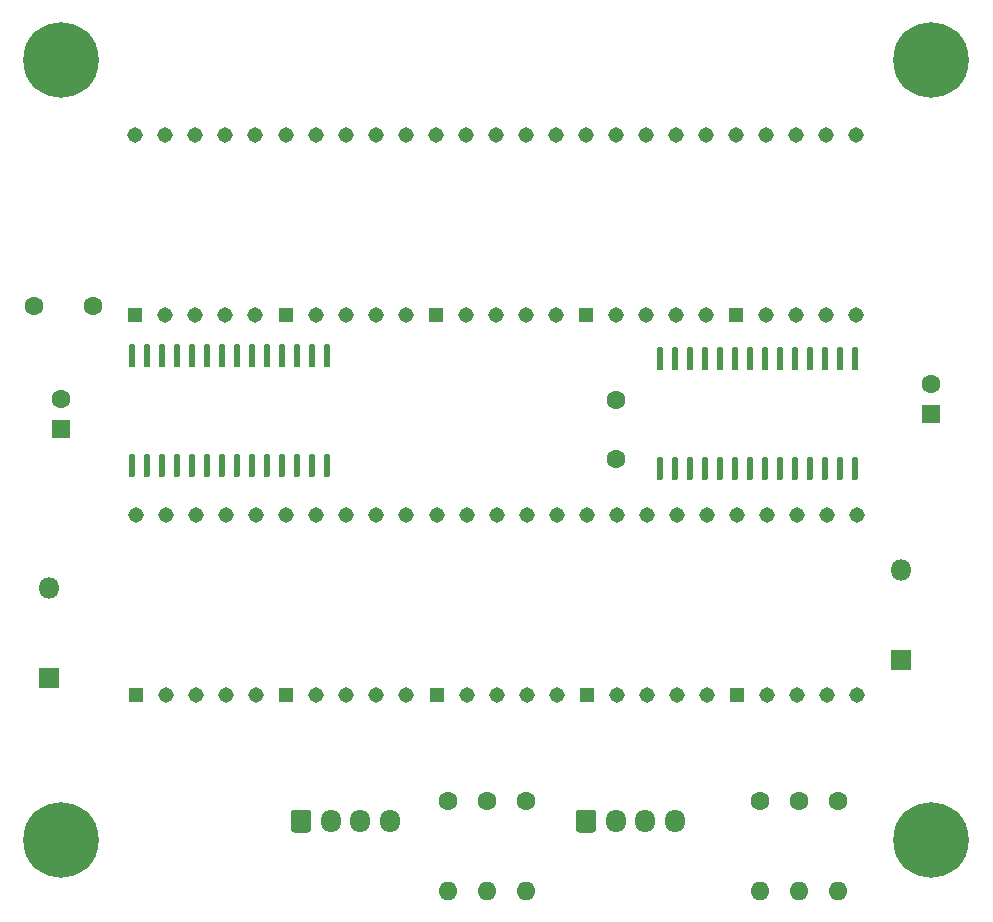
<source format=gbr>
%TF.GenerationSoftware,KiCad,Pcbnew,5.1.9-73d0e3b20d~88~ubuntu20.04.1*%
%TF.CreationDate,2021-05-01T11:52:03+02:00*%
%TF.ProjectId,anna_elsa_credit_display,616e6e61-5f65-46c7-9361-5f6372656469,rev?*%
%TF.SameCoordinates,Original*%
%TF.FileFunction,Soldermask,Bot*%
%TF.FilePolarity,Negative*%
%FSLAX46Y46*%
G04 Gerber Fmt 4.6, Leading zero omitted, Abs format (unit mm)*
G04 Created by KiCad (PCBNEW 5.1.9-73d0e3b20d~88~ubuntu20.04.1) date 2021-05-01 11:52:03*
%MOMM*%
%LPD*%
G01*
G04 APERTURE LIST*
%ADD10C,1.308000*%
%ADD11R,1.308000X1.308000*%
%ADD12O,1.800000X1.800000*%
%ADD13R,1.800000X1.800000*%
%ADD14O,1.600000X1.600000*%
%ADD15C,1.600000*%
%ADD16R,1.600000X1.600000*%
%ADD17C,6.400000*%
%ADD18O,1.700000X1.950000*%
G04 APERTURE END LIST*
D10*
%TO.C,D4*%
X133320000Y-39380000D03*
X135860000Y-39380000D03*
X138400000Y-39380000D03*
X140940000Y-39380000D03*
X143480000Y-39380000D03*
X143480000Y-54620000D03*
X140940000Y-54620000D03*
X138400000Y-54620000D03*
X135860000Y-54620000D03*
D11*
X133320000Y-54620000D03*
%TD*%
D12*
%TO.C,D12*%
X160020000Y-76200000D03*
D13*
X160020000Y-83820000D03*
%TD*%
D12*
%TO.C,D11*%
X87884000Y-77724000D03*
D13*
X87884000Y-85344000D03*
%TD*%
D14*
%TO.C,R6*%
X121666000Y-103378000D03*
D15*
X121666000Y-95758000D03*
%TD*%
D14*
%TO.C,R5*%
X124968000Y-103378000D03*
D15*
X124968000Y-95758000D03*
%TD*%
D14*
%TO.C,R4*%
X128270000Y-103378000D03*
D15*
X128270000Y-95758000D03*
%TD*%
D14*
%TO.C,R3*%
X148082000Y-103378000D03*
D15*
X148082000Y-95758000D03*
%TD*%
D14*
%TO.C,R2*%
X151384000Y-103378000D03*
D15*
X151384000Y-95758000D03*
%TD*%
D14*
%TO.C,R1*%
X154686000Y-103378000D03*
D15*
X154686000Y-95758000D03*
%TD*%
%TO.C,C4*%
X162560000Y-60492000D03*
D16*
X162560000Y-62992000D03*
%TD*%
D15*
%TO.C,C3*%
X135890000Y-61802000D03*
X135890000Y-66802000D03*
%TD*%
%TO.C,C2*%
X88900000Y-61762000D03*
D16*
X88900000Y-64262000D03*
%TD*%
D15*
%TO.C,C1*%
X91614000Y-53848000D03*
X86614000Y-53848000D03*
%TD*%
%TO.C,J4*%
G36*
G01*
X111241500Y-66388000D02*
X111516500Y-66388000D01*
G75*
G02*
X111654000Y-66525500I0J-137500D01*
G01*
X111654000Y-68250500D01*
G75*
G02*
X111516500Y-68388000I-137500J0D01*
G01*
X111241500Y-68388000D01*
G75*
G02*
X111104000Y-68250500I0J137500D01*
G01*
X111104000Y-66525500D01*
G75*
G02*
X111241500Y-66388000I137500J0D01*
G01*
G37*
G36*
G01*
X109971500Y-66388000D02*
X110246500Y-66388000D01*
G75*
G02*
X110384000Y-66525500I0J-137500D01*
G01*
X110384000Y-68250500D01*
G75*
G02*
X110246500Y-68388000I-137500J0D01*
G01*
X109971500Y-68388000D01*
G75*
G02*
X109834000Y-68250500I0J137500D01*
G01*
X109834000Y-66525500D01*
G75*
G02*
X109971500Y-66388000I137500J0D01*
G01*
G37*
G36*
G01*
X111241500Y-57088000D02*
X111516500Y-57088000D01*
G75*
G02*
X111654000Y-57225500I0J-137500D01*
G01*
X111654000Y-58950500D01*
G75*
G02*
X111516500Y-59088000I-137500J0D01*
G01*
X111241500Y-59088000D01*
G75*
G02*
X111104000Y-58950500I0J137500D01*
G01*
X111104000Y-57225500D01*
G75*
G02*
X111241500Y-57088000I137500J0D01*
G01*
G37*
G36*
G01*
X109971500Y-57088000D02*
X110246500Y-57088000D01*
G75*
G02*
X110384000Y-57225500I0J-137500D01*
G01*
X110384000Y-58950500D01*
G75*
G02*
X110246500Y-59088000I-137500J0D01*
G01*
X109971500Y-59088000D01*
G75*
G02*
X109834000Y-58950500I0J137500D01*
G01*
X109834000Y-57225500D01*
G75*
G02*
X109971500Y-57088000I137500J0D01*
G01*
G37*
G36*
G01*
X94731500Y-66388000D02*
X95006500Y-66388000D01*
G75*
G02*
X95144000Y-66525500I0J-137500D01*
G01*
X95144000Y-68250500D01*
G75*
G02*
X95006500Y-68388000I-137500J0D01*
G01*
X94731500Y-68388000D01*
G75*
G02*
X94594000Y-68250500I0J137500D01*
G01*
X94594000Y-66525500D01*
G75*
G02*
X94731500Y-66388000I137500J0D01*
G01*
G37*
G36*
G01*
X96001500Y-66388000D02*
X96276500Y-66388000D01*
G75*
G02*
X96414000Y-66525500I0J-137500D01*
G01*
X96414000Y-68250500D01*
G75*
G02*
X96276500Y-68388000I-137500J0D01*
G01*
X96001500Y-68388000D01*
G75*
G02*
X95864000Y-68250500I0J137500D01*
G01*
X95864000Y-66525500D01*
G75*
G02*
X96001500Y-66388000I137500J0D01*
G01*
G37*
G36*
G01*
X97271500Y-66388000D02*
X97546500Y-66388000D01*
G75*
G02*
X97684000Y-66525500I0J-137500D01*
G01*
X97684000Y-68250500D01*
G75*
G02*
X97546500Y-68388000I-137500J0D01*
G01*
X97271500Y-68388000D01*
G75*
G02*
X97134000Y-68250500I0J137500D01*
G01*
X97134000Y-66525500D01*
G75*
G02*
X97271500Y-66388000I137500J0D01*
G01*
G37*
G36*
G01*
X98541500Y-66388000D02*
X98816500Y-66388000D01*
G75*
G02*
X98954000Y-66525500I0J-137500D01*
G01*
X98954000Y-68250500D01*
G75*
G02*
X98816500Y-68388000I-137500J0D01*
G01*
X98541500Y-68388000D01*
G75*
G02*
X98404000Y-68250500I0J137500D01*
G01*
X98404000Y-66525500D01*
G75*
G02*
X98541500Y-66388000I137500J0D01*
G01*
G37*
G36*
G01*
X99811500Y-66388000D02*
X100086500Y-66388000D01*
G75*
G02*
X100224000Y-66525500I0J-137500D01*
G01*
X100224000Y-68250500D01*
G75*
G02*
X100086500Y-68388000I-137500J0D01*
G01*
X99811500Y-68388000D01*
G75*
G02*
X99674000Y-68250500I0J137500D01*
G01*
X99674000Y-66525500D01*
G75*
G02*
X99811500Y-66388000I137500J0D01*
G01*
G37*
G36*
G01*
X101081500Y-66388000D02*
X101356500Y-66388000D01*
G75*
G02*
X101494000Y-66525500I0J-137500D01*
G01*
X101494000Y-68250500D01*
G75*
G02*
X101356500Y-68388000I-137500J0D01*
G01*
X101081500Y-68388000D01*
G75*
G02*
X100944000Y-68250500I0J137500D01*
G01*
X100944000Y-66525500D01*
G75*
G02*
X101081500Y-66388000I137500J0D01*
G01*
G37*
G36*
G01*
X102351500Y-66388000D02*
X102626500Y-66388000D01*
G75*
G02*
X102764000Y-66525500I0J-137500D01*
G01*
X102764000Y-68250500D01*
G75*
G02*
X102626500Y-68388000I-137500J0D01*
G01*
X102351500Y-68388000D01*
G75*
G02*
X102214000Y-68250500I0J137500D01*
G01*
X102214000Y-66525500D01*
G75*
G02*
X102351500Y-66388000I137500J0D01*
G01*
G37*
G36*
G01*
X103621500Y-66388000D02*
X103896500Y-66388000D01*
G75*
G02*
X104034000Y-66525500I0J-137500D01*
G01*
X104034000Y-68250500D01*
G75*
G02*
X103896500Y-68388000I-137500J0D01*
G01*
X103621500Y-68388000D01*
G75*
G02*
X103484000Y-68250500I0J137500D01*
G01*
X103484000Y-66525500D01*
G75*
G02*
X103621500Y-66388000I137500J0D01*
G01*
G37*
G36*
G01*
X104891500Y-66388000D02*
X105166500Y-66388000D01*
G75*
G02*
X105304000Y-66525500I0J-137500D01*
G01*
X105304000Y-68250500D01*
G75*
G02*
X105166500Y-68388000I-137500J0D01*
G01*
X104891500Y-68388000D01*
G75*
G02*
X104754000Y-68250500I0J137500D01*
G01*
X104754000Y-66525500D01*
G75*
G02*
X104891500Y-66388000I137500J0D01*
G01*
G37*
G36*
G01*
X106161500Y-66388000D02*
X106436500Y-66388000D01*
G75*
G02*
X106574000Y-66525500I0J-137500D01*
G01*
X106574000Y-68250500D01*
G75*
G02*
X106436500Y-68388000I-137500J0D01*
G01*
X106161500Y-68388000D01*
G75*
G02*
X106024000Y-68250500I0J137500D01*
G01*
X106024000Y-66525500D01*
G75*
G02*
X106161500Y-66388000I137500J0D01*
G01*
G37*
G36*
G01*
X107431500Y-66388000D02*
X107706500Y-66388000D01*
G75*
G02*
X107844000Y-66525500I0J-137500D01*
G01*
X107844000Y-68250500D01*
G75*
G02*
X107706500Y-68388000I-137500J0D01*
G01*
X107431500Y-68388000D01*
G75*
G02*
X107294000Y-68250500I0J137500D01*
G01*
X107294000Y-66525500D01*
G75*
G02*
X107431500Y-66388000I137500J0D01*
G01*
G37*
G36*
G01*
X108701500Y-66388000D02*
X108976500Y-66388000D01*
G75*
G02*
X109114000Y-66525500I0J-137500D01*
G01*
X109114000Y-68250500D01*
G75*
G02*
X108976500Y-68388000I-137500J0D01*
G01*
X108701500Y-68388000D01*
G75*
G02*
X108564000Y-68250500I0J137500D01*
G01*
X108564000Y-66525500D01*
G75*
G02*
X108701500Y-66388000I137500J0D01*
G01*
G37*
G36*
G01*
X108701500Y-57088000D02*
X108976500Y-57088000D01*
G75*
G02*
X109114000Y-57225500I0J-137500D01*
G01*
X109114000Y-58950500D01*
G75*
G02*
X108976500Y-59088000I-137500J0D01*
G01*
X108701500Y-59088000D01*
G75*
G02*
X108564000Y-58950500I0J137500D01*
G01*
X108564000Y-57225500D01*
G75*
G02*
X108701500Y-57088000I137500J0D01*
G01*
G37*
G36*
G01*
X107431500Y-57088000D02*
X107706500Y-57088000D01*
G75*
G02*
X107844000Y-57225500I0J-137500D01*
G01*
X107844000Y-58950500D01*
G75*
G02*
X107706500Y-59088000I-137500J0D01*
G01*
X107431500Y-59088000D01*
G75*
G02*
X107294000Y-58950500I0J137500D01*
G01*
X107294000Y-57225500D01*
G75*
G02*
X107431500Y-57088000I137500J0D01*
G01*
G37*
G36*
G01*
X106161500Y-57088000D02*
X106436500Y-57088000D01*
G75*
G02*
X106574000Y-57225500I0J-137500D01*
G01*
X106574000Y-58950500D01*
G75*
G02*
X106436500Y-59088000I-137500J0D01*
G01*
X106161500Y-59088000D01*
G75*
G02*
X106024000Y-58950500I0J137500D01*
G01*
X106024000Y-57225500D01*
G75*
G02*
X106161500Y-57088000I137500J0D01*
G01*
G37*
G36*
G01*
X104891500Y-57088000D02*
X105166500Y-57088000D01*
G75*
G02*
X105304000Y-57225500I0J-137500D01*
G01*
X105304000Y-58950500D01*
G75*
G02*
X105166500Y-59088000I-137500J0D01*
G01*
X104891500Y-59088000D01*
G75*
G02*
X104754000Y-58950500I0J137500D01*
G01*
X104754000Y-57225500D01*
G75*
G02*
X104891500Y-57088000I137500J0D01*
G01*
G37*
G36*
G01*
X103621500Y-57088000D02*
X103896500Y-57088000D01*
G75*
G02*
X104034000Y-57225500I0J-137500D01*
G01*
X104034000Y-58950500D01*
G75*
G02*
X103896500Y-59088000I-137500J0D01*
G01*
X103621500Y-59088000D01*
G75*
G02*
X103484000Y-58950500I0J137500D01*
G01*
X103484000Y-57225500D01*
G75*
G02*
X103621500Y-57088000I137500J0D01*
G01*
G37*
G36*
G01*
X102351500Y-57088000D02*
X102626500Y-57088000D01*
G75*
G02*
X102764000Y-57225500I0J-137500D01*
G01*
X102764000Y-58950500D01*
G75*
G02*
X102626500Y-59088000I-137500J0D01*
G01*
X102351500Y-59088000D01*
G75*
G02*
X102214000Y-58950500I0J137500D01*
G01*
X102214000Y-57225500D01*
G75*
G02*
X102351500Y-57088000I137500J0D01*
G01*
G37*
G36*
G01*
X101081500Y-57088000D02*
X101356500Y-57088000D01*
G75*
G02*
X101494000Y-57225500I0J-137500D01*
G01*
X101494000Y-58950500D01*
G75*
G02*
X101356500Y-59088000I-137500J0D01*
G01*
X101081500Y-59088000D01*
G75*
G02*
X100944000Y-58950500I0J137500D01*
G01*
X100944000Y-57225500D01*
G75*
G02*
X101081500Y-57088000I137500J0D01*
G01*
G37*
G36*
G01*
X99811500Y-57088000D02*
X100086500Y-57088000D01*
G75*
G02*
X100224000Y-57225500I0J-137500D01*
G01*
X100224000Y-58950500D01*
G75*
G02*
X100086500Y-59088000I-137500J0D01*
G01*
X99811500Y-59088000D01*
G75*
G02*
X99674000Y-58950500I0J137500D01*
G01*
X99674000Y-57225500D01*
G75*
G02*
X99811500Y-57088000I137500J0D01*
G01*
G37*
G36*
G01*
X98541500Y-57088000D02*
X98816500Y-57088000D01*
G75*
G02*
X98954000Y-57225500I0J-137500D01*
G01*
X98954000Y-58950500D01*
G75*
G02*
X98816500Y-59088000I-137500J0D01*
G01*
X98541500Y-59088000D01*
G75*
G02*
X98404000Y-58950500I0J137500D01*
G01*
X98404000Y-57225500D01*
G75*
G02*
X98541500Y-57088000I137500J0D01*
G01*
G37*
G36*
G01*
X97271500Y-57088000D02*
X97546500Y-57088000D01*
G75*
G02*
X97684000Y-57225500I0J-137500D01*
G01*
X97684000Y-58950500D01*
G75*
G02*
X97546500Y-59088000I-137500J0D01*
G01*
X97271500Y-59088000D01*
G75*
G02*
X97134000Y-58950500I0J137500D01*
G01*
X97134000Y-57225500D01*
G75*
G02*
X97271500Y-57088000I137500J0D01*
G01*
G37*
G36*
G01*
X96001500Y-57088000D02*
X96276500Y-57088000D01*
G75*
G02*
X96414000Y-57225500I0J-137500D01*
G01*
X96414000Y-58950500D01*
G75*
G02*
X96276500Y-59088000I-137500J0D01*
G01*
X96001500Y-59088000D01*
G75*
G02*
X95864000Y-58950500I0J137500D01*
G01*
X95864000Y-57225500D01*
G75*
G02*
X96001500Y-57088000I137500J0D01*
G01*
G37*
G36*
G01*
X94731500Y-57088000D02*
X95006500Y-57088000D01*
G75*
G02*
X95144000Y-57225500I0J-137500D01*
G01*
X95144000Y-58950500D01*
G75*
G02*
X95006500Y-59088000I-137500J0D01*
G01*
X94731500Y-59088000D01*
G75*
G02*
X94594000Y-58950500I0J137500D01*
G01*
X94594000Y-57225500D01*
G75*
G02*
X94731500Y-57088000I137500J0D01*
G01*
G37*
%TD*%
%TO.C,J1*%
G36*
G01*
X155945500Y-66642000D02*
X156220500Y-66642000D01*
G75*
G02*
X156358000Y-66779500I0J-137500D01*
G01*
X156358000Y-68504500D01*
G75*
G02*
X156220500Y-68642000I-137500J0D01*
G01*
X155945500Y-68642000D01*
G75*
G02*
X155808000Y-68504500I0J137500D01*
G01*
X155808000Y-66779500D01*
G75*
G02*
X155945500Y-66642000I137500J0D01*
G01*
G37*
G36*
G01*
X154675500Y-66642000D02*
X154950500Y-66642000D01*
G75*
G02*
X155088000Y-66779500I0J-137500D01*
G01*
X155088000Y-68504500D01*
G75*
G02*
X154950500Y-68642000I-137500J0D01*
G01*
X154675500Y-68642000D01*
G75*
G02*
X154538000Y-68504500I0J137500D01*
G01*
X154538000Y-66779500D01*
G75*
G02*
X154675500Y-66642000I137500J0D01*
G01*
G37*
G36*
G01*
X155945500Y-57342000D02*
X156220500Y-57342000D01*
G75*
G02*
X156358000Y-57479500I0J-137500D01*
G01*
X156358000Y-59204500D01*
G75*
G02*
X156220500Y-59342000I-137500J0D01*
G01*
X155945500Y-59342000D01*
G75*
G02*
X155808000Y-59204500I0J137500D01*
G01*
X155808000Y-57479500D01*
G75*
G02*
X155945500Y-57342000I137500J0D01*
G01*
G37*
G36*
G01*
X154675500Y-57342000D02*
X154950500Y-57342000D01*
G75*
G02*
X155088000Y-57479500I0J-137500D01*
G01*
X155088000Y-59204500D01*
G75*
G02*
X154950500Y-59342000I-137500J0D01*
G01*
X154675500Y-59342000D01*
G75*
G02*
X154538000Y-59204500I0J137500D01*
G01*
X154538000Y-57479500D01*
G75*
G02*
X154675500Y-57342000I137500J0D01*
G01*
G37*
G36*
G01*
X139435500Y-66642000D02*
X139710500Y-66642000D01*
G75*
G02*
X139848000Y-66779500I0J-137500D01*
G01*
X139848000Y-68504500D01*
G75*
G02*
X139710500Y-68642000I-137500J0D01*
G01*
X139435500Y-68642000D01*
G75*
G02*
X139298000Y-68504500I0J137500D01*
G01*
X139298000Y-66779500D01*
G75*
G02*
X139435500Y-66642000I137500J0D01*
G01*
G37*
G36*
G01*
X140705500Y-66642000D02*
X140980500Y-66642000D01*
G75*
G02*
X141118000Y-66779500I0J-137500D01*
G01*
X141118000Y-68504500D01*
G75*
G02*
X140980500Y-68642000I-137500J0D01*
G01*
X140705500Y-68642000D01*
G75*
G02*
X140568000Y-68504500I0J137500D01*
G01*
X140568000Y-66779500D01*
G75*
G02*
X140705500Y-66642000I137500J0D01*
G01*
G37*
G36*
G01*
X141975500Y-66642000D02*
X142250500Y-66642000D01*
G75*
G02*
X142388000Y-66779500I0J-137500D01*
G01*
X142388000Y-68504500D01*
G75*
G02*
X142250500Y-68642000I-137500J0D01*
G01*
X141975500Y-68642000D01*
G75*
G02*
X141838000Y-68504500I0J137500D01*
G01*
X141838000Y-66779500D01*
G75*
G02*
X141975500Y-66642000I137500J0D01*
G01*
G37*
G36*
G01*
X143245500Y-66642000D02*
X143520500Y-66642000D01*
G75*
G02*
X143658000Y-66779500I0J-137500D01*
G01*
X143658000Y-68504500D01*
G75*
G02*
X143520500Y-68642000I-137500J0D01*
G01*
X143245500Y-68642000D01*
G75*
G02*
X143108000Y-68504500I0J137500D01*
G01*
X143108000Y-66779500D01*
G75*
G02*
X143245500Y-66642000I137500J0D01*
G01*
G37*
G36*
G01*
X144515500Y-66642000D02*
X144790500Y-66642000D01*
G75*
G02*
X144928000Y-66779500I0J-137500D01*
G01*
X144928000Y-68504500D01*
G75*
G02*
X144790500Y-68642000I-137500J0D01*
G01*
X144515500Y-68642000D01*
G75*
G02*
X144378000Y-68504500I0J137500D01*
G01*
X144378000Y-66779500D01*
G75*
G02*
X144515500Y-66642000I137500J0D01*
G01*
G37*
G36*
G01*
X145785500Y-66642000D02*
X146060500Y-66642000D01*
G75*
G02*
X146198000Y-66779500I0J-137500D01*
G01*
X146198000Y-68504500D01*
G75*
G02*
X146060500Y-68642000I-137500J0D01*
G01*
X145785500Y-68642000D01*
G75*
G02*
X145648000Y-68504500I0J137500D01*
G01*
X145648000Y-66779500D01*
G75*
G02*
X145785500Y-66642000I137500J0D01*
G01*
G37*
G36*
G01*
X147055500Y-66642000D02*
X147330500Y-66642000D01*
G75*
G02*
X147468000Y-66779500I0J-137500D01*
G01*
X147468000Y-68504500D01*
G75*
G02*
X147330500Y-68642000I-137500J0D01*
G01*
X147055500Y-68642000D01*
G75*
G02*
X146918000Y-68504500I0J137500D01*
G01*
X146918000Y-66779500D01*
G75*
G02*
X147055500Y-66642000I137500J0D01*
G01*
G37*
G36*
G01*
X148325500Y-66642000D02*
X148600500Y-66642000D01*
G75*
G02*
X148738000Y-66779500I0J-137500D01*
G01*
X148738000Y-68504500D01*
G75*
G02*
X148600500Y-68642000I-137500J0D01*
G01*
X148325500Y-68642000D01*
G75*
G02*
X148188000Y-68504500I0J137500D01*
G01*
X148188000Y-66779500D01*
G75*
G02*
X148325500Y-66642000I137500J0D01*
G01*
G37*
G36*
G01*
X149595500Y-66642000D02*
X149870500Y-66642000D01*
G75*
G02*
X150008000Y-66779500I0J-137500D01*
G01*
X150008000Y-68504500D01*
G75*
G02*
X149870500Y-68642000I-137500J0D01*
G01*
X149595500Y-68642000D01*
G75*
G02*
X149458000Y-68504500I0J137500D01*
G01*
X149458000Y-66779500D01*
G75*
G02*
X149595500Y-66642000I137500J0D01*
G01*
G37*
G36*
G01*
X150865500Y-66642000D02*
X151140500Y-66642000D01*
G75*
G02*
X151278000Y-66779500I0J-137500D01*
G01*
X151278000Y-68504500D01*
G75*
G02*
X151140500Y-68642000I-137500J0D01*
G01*
X150865500Y-68642000D01*
G75*
G02*
X150728000Y-68504500I0J137500D01*
G01*
X150728000Y-66779500D01*
G75*
G02*
X150865500Y-66642000I137500J0D01*
G01*
G37*
G36*
G01*
X152135500Y-66642000D02*
X152410500Y-66642000D01*
G75*
G02*
X152548000Y-66779500I0J-137500D01*
G01*
X152548000Y-68504500D01*
G75*
G02*
X152410500Y-68642000I-137500J0D01*
G01*
X152135500Y-68642000D01*
G75*
G02*
X151998000Y-68504500I0J137500D01*
G01*
X151998000Y-66779500D01*
G75*
G02*
X152135500Y-66642000I137500J0D01*
G01*
G37*
G36*
G01*
X153405500Y-66642000D02*
X153680500Y-66642000D01*
G75*
G02*
X153818000Y-66779500I0J-137500D01*
G01*
X153818000Y-68504500D01*
G75*
G02*
X153680500Y-68642000I-137500J0D01*
G01*
X153405500Y-68642000D01*
G75*
G02*
X153268000Y-68504500I0J137500D01*
G01*
X153268000Y-66779500D01*
G75*
G02*
X153405500Y-66642000I137500J0D01*
G01*
G37*
G36*
G01*
X153405500Y-57342000D02*
X153680500Y-57342000D01*
G75*
G02*
X153818000Y-57479500I0J-137500D01*
G01*
X153818000Y-59204500D01*
G75*
G02*
X153680500Y-59342000I-137500J0D01*
G01*
X153405500Y-59342000D01*
G75*
G02*
X153268000Y-59204500I0J137500D01*
G01*
X153268000Y-57479500D01*
G75*
G02*
X153405500Y-57342000I137500J0D01*
G01*
G37*
G36*
G01*
X152135500Y-57342000D02*
X152410500Y-57342000D01*
G75*
G02*
X152548000Y-57479500I0J-137500D01*
G01*
X152548000Y-59204500D01*
G75*
G02*
X152410500Y-59342000I-137500J0D01*
G01*
X152135500Y-59342000D01*
G75*
G02*
X151998000Y-59204500I0J137500D01*
G01*
X151998000Y-57479500D01*
G75*
G02*
X152135500Y-57342000I137500J0D01*
G01*
G37*
G36*
G01*
X150865500Y-57342000D02*
X151140500Y-57342000D01*
G75*
G02*
X151278000Y-57479500I0J-137500D01*
G01*
X151278000Y-59204500D01*
G75*
G02*
X151140500Y-59342000I-137500J0D01*
G01*
X150865500Y-59342000D01*
G75*
G02*
X150728000Y-59204500I0J137500D01*
G01*
X150728000Y-57479500D01*
G75*
G02*
X150865500Y-57342000I137500J0D01*
G01*
G37*
G36*
G01*
X149595500Y-57342000D02*
X149870500Y-57342000D01*
G75*
G02*
X150008000Y-57479500I0J-137500D01*
G01*
X150008000Y-59204500D01*
G75*
G02*
X149870500Y-59342000I-137500J0D01*
G01*
X149595500Y-59342000D01*
G75*
G02*
X149458000Y-59204500I0J137500D01*
G01*
X149458000Y-57479500D01*
G75*
G02*
X149595500Y-57342000I137500J0D01*
G01*
G37*
G36*
G01*
X148325500Y-57342000D02*
X148600500Y-57342000D01*
G75*
G02*
X148738000Y-57479500I0J-137500D01*
G01*
X148738000Y-59204500D01*
G75*
G02*
X148600500Y-59342000I-137500J0D01*
G01*
X148325500Y-59342000D01*
G75*
G02*
X148188000Y-59204500I0J137500D01*
G01*
X148188000Y-57479500D01*
G75*
G02*
X148325500Y-57342000I137500J0D01*
G01*
G37*
G36*
G01*
X147055500Y-57342000D02*
X147330500Y-57342000D01*
G75*
G02*
X147468000Y-57479500I0J-137500D01*
G01*
X147468000Y-59204500D01*
G75*
G02*
X147330500Y-59342000I-137500J0D01*
G01*
X147055500Y-59342000D01*
G75*
G02*
X146918000Y-59204500I0J137500D01*
G01*
X146918000Y-57479500D01*
G75*
G02*
X147055500Y-57342000I137500J0D01*
G01*
G37*
G36*
G01*
X145785500Y-57342000D02*
X146060500Y-57342000D01*
G75*
G02*
X146198000Y-57479500I0J-137500D01*
G01*
X146198000Y-59204500D01*
G75*
G02*
X146060500Y-59342000I-137500J0D01*
G01*
X145785500Y-59342000D01*
G75*
G02*
X145648000Y-59204500I0J137500D01*
G01*
X145648000Y-57479500D01*
G75*
G02*
X145785500Y-57342000I137500J0D01*
G01*
G37*
G36*
G01*
X144515500Y-57342000D02*
X144790500Y-57342000D01*
G75*
G02*
X144928000Y-57479500I0J-137500D01*
G01*
X144928000Y-59204500D01*
G75*
G02*
X144790500Y-59342000I-137500J0D01*
G01*
X144515500Y-59342000D01*
G75*
G02*
X144378000Y-59204500I0J137500D01*
G01*
X144378000Y-57479500D01*
G75*
G02*
X144515500Y-57342000I137500J0D01*
G01*
G37*
G36*
G01*
X143245500Y-57342000D02*
X143520500Y-57342000D01*
G75*
G02*
X143658000Y-57479500I0J-137500D01*
G01*
X143658000Y-59204500D01*
G75*
G02*
X143520500Y-59342000I-137500J0D01*
G01*
X143245500Y-59342000D01*
G75*
G02*
X143108000Y-59204500I0J137500D01*
G01*
X143108000Y-57479500D01*
G75*
G02*
X143245500Y-57342000I137500J0D01*
G01*
G37*
G36*
G01*
X141975500Y-57342000D02*
X142250500Y-57342000D01*
G75*
G02*
X142388000Y-57479500I0J-137500D01*
G01*
X142388000Y-59204500D01*
G75*
G02*
X142250500Y-59342000I-137500J0D01*
G01*
X141975500Y-59342000D01*
G75*
G02*
X141838000Y-59204500I0J137500D01*
G01*
X141838000Y-57479500D01*
G75*
G02*
X141975500Y-57342000I137500J0D01*
G01*
G37*
G36*
G01*
X140705500Y-57342000D02*
X140980500Y-57342000D01*
G75*
G02*
X141118000Y-57479500I0J-137500D01*
G01*
X141118000Y-59204500D01*
G75*
G02*
X140980500Y-59342000I-137500J0D01*
G01*
X140705500Y-59342000D01*
G75*
G02*
X140568000Y-59204500I0J137500D01*
G01*
X140568000Y-57479500D01*
G75*
G02*
X140705500Y-57342000I137500J0D01*
G01*
G37*
G36*
G01*
X139435500Y-57342000D02*
X139710500Y-57342000D01*
G75*
G02*
X139848000Y-57479500I0J-137500D01*
G01*
X139848000Y-59204500D01*
G75*
G02*
X139710500Y-59342000I-137500J0D01*
G01*
X139435500Y-59342000D01*
G75*
G02*
X139298000Y-59204500I0J137500D01*
G01*
X139298000Y-57479500D01*
G75*
G02*
X139435500Y-57342000I137500J0D01*
G01*
G37*
%TD*%
D10*
%TO.C,D1*%
X95150000Y-39370000D03*
X97690000Y-39370000D03*
X100230000Y-39370000D03*
X102770000Y-39370000D03*
X105310000Y-39370000D03*
X105310000Y-54610000D03*
X102770000Y-54610000D03*
X100230000Y-54610000D03*
X97690000Y-54610000D03*
D11*
X95150000Y-54610000D03*
%TD*%
D17*
%TO.C,H4*%
X162560000Y-99060000D03*
%TD*%
%TO.C,H3*%
X162560000Y-33020000D03*
%TD*%
%TO.C,H2*%
X88900000Y-99060000D03*
%TD*%
%TO.C,H1*%
X88900000Y-33020000D03*
%TD*%
D10*
%TO.C,D10*%
X146120000Y-71580000D03*
X148660000Y-71580000D03*
X151200000Y-71580000D03*
X153740000Y-71580000D03*
X156280000Y-71580000D03*
X156280000Y-86820000D03*
X153740000Y-86820000D03*
X151200000Y-86820000D03*
X148660000Y-86820000D03*
D11*
X146120000Y-86820000D03*
%TD*%
D10*
%TO.C,D5*%
X146020000Y-39380000D03*
X148560000Y-39380000D03*
X151100000Y-39380000D03*
X153640000Y-39380000D03*
X156180000Y-39380000D03*
X156180000Y-54620000D03*
X153640000Y-54620000D03*
X151100000Y-54620000D03*
X148560000Y-54620000D03*
D11*
X146020000Y-54620000D03*
%TD*%
D10*
%TO.C,D9*%
X133420000Y-71580000D03*
X135960000Y-71580000D03*
X138500000Y-71580000D03*
X141040000Y-71580000D03*
X143580000Y-71580000D03*
X143580000Y-86820000D03*
X141040000Y-86820000D03*
X138500000Y-86820000D03*
X135960000Y-86820000D03*
D11*
X133420000Y-86820000D03*
%TD*%
D10*
%TO.C,D8*%
X120720000Y-71580000D03*
X123260000Y-71580000D03*
X125800000Y-71580000D03*
X128340000Y-71580000D03*
X130880000Y-71580000D03*
X130880000Y-86820000D03*
X128340000Y-86820000D03*
X125800000Y-86820000D03*
X123260000Y-86820000D03*
D11*
X120720000Y-86820000D03*
%TD*%
D10*
%TO.C,D3*%
X120620000Y-39380000D03*
X123160000Y-39380000D03*
X125700000Y-39380000D03*
X128240000Y-39380000D03*
X130780000Y-39380000D03*
X130780000Y-54620000D03*
X128240000Y-54620000D03*
X125700000Y-54620000D03*
X123160000Y-54620000D03*
D11*
X120620000Y-54620000D03*
%TD*%
D10*
%TO.C,D7*%
X107920000Y-71580000D03*
X110460000Y-71580000D03*
X113000000Y-71580000D03*
X115540000Y-71580000D03*
X118080000Y-71580000D03*
X118080000Y-86820000D03*
X115540000Y-86820000D03*
X113000000Y-86820000D03*
X110460000Y-86820000D03*
D11*
X107920000Y-86820000D03*
%TD*%
D10*
%TO.C,D2*%
X107920000Y-39380000D03*
X110460000Y-39380000D03*
X113000000Y-39380000D03*
X115540000Y-39380000D03*
X118080000Y-39380000D03*
X118080000Y-54620000D03*
X115540000Y-54620000D03*
X113000000Y-54620000D03*
X110460000Y-54620000D03*
D11*
X107920000Y-54620000D03*
%TD*%
D10*
%TO.C,D6*%
X95220000Y-71580000D03*
X97760000Y-71580000D03*
X100300000Y-71580000D03*
X102840000Y-71580000D03*
X105380000Y-71580000D03*
X105380000Y-86820000D03*
X102840000Y-86820000D03*
X100300000Y-86820000D03*
X97760000Y-86820000D03*
D11*
X95220000Y-86820000D03*
%TD*%
D18*
%TO.C,J3*%
X140820000Y-97490000D03*
X138320000Y-97490000D03*
X135820000Y-97490000D03*
G36*
G01*
X132470000Y-98215000D02*
X132470000Y-96765000D01*
G75*
G02*
X132720000Y-96515000I250000J0D01*
G01*
X133920000Y-96515000D01*
G75*
G02*
X134170000Y-96765000I0J-250000D01*
G01*
X134170000Y-98215000D01*
G75*
G02*
X133920000Y-98465000I-250000J0D01*
G01*
X132720000Y-98465000D01*
G75*
G02*
X132470000Y-98215000I0J250000D01*
G01*
G37*
%TD*%
%TO.C,J2*%
X116690000Y-97490000D03*
X114190000Y-97490000D03*
X111690000Y-97490000D03*
G36*
G01*
X108340000Y-98215000D02*
X108340000Y-96765000D01*
G75*
G02*
X108590000Y-96515000I250000J0D01*
G01*
X109790000Y-96515000D01*
G75*
G02*
X110040000Y-96765000I0J-250000D01*
G01*
X110040000Y-98215000D01*
G75*
G02*
X109790000Y-98465000I-250000J0D01*
G01*
X108590000Y-98465000D01*
G75*
G02*
X108340000Y-98215000I0J250000D01*
G01*
G37*
%TD*%
M02*

</source>
